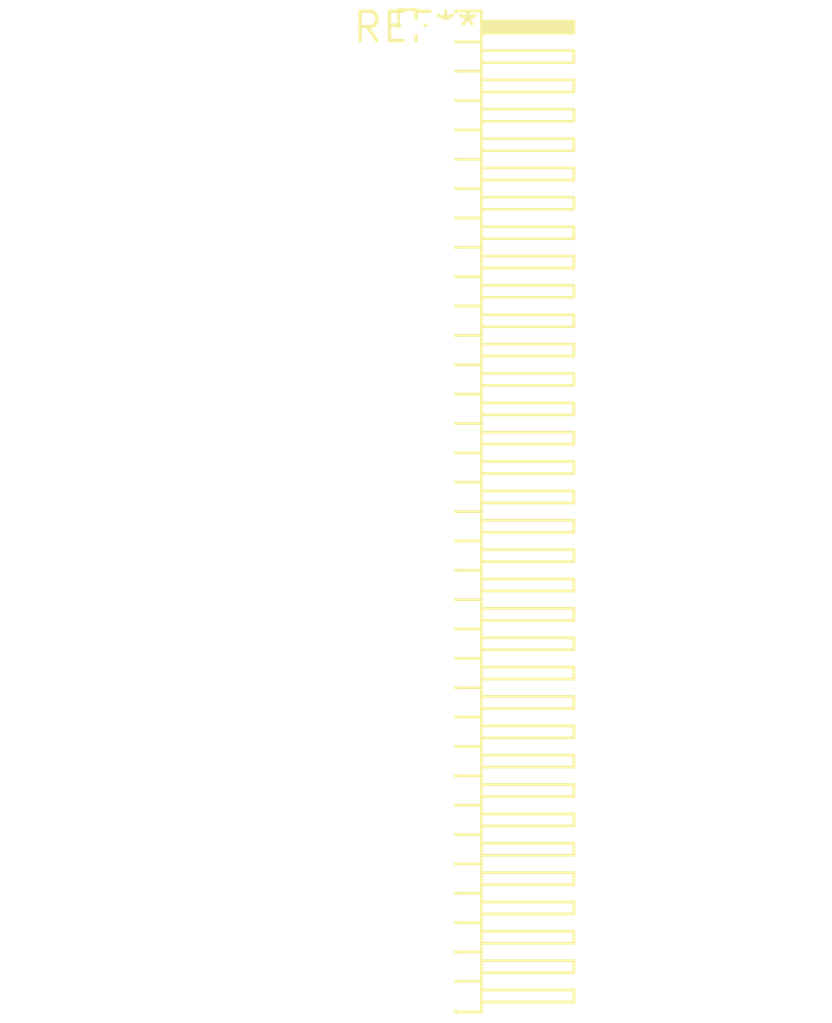
<source format=kicad_pcb>
(kicad_pcb (version 20240108) (generator pcbnew)
  (layers (0 "F.Cu" signal) (31 "B.Cu" signal) (34 "B.Paste" user) (35 "F.Paste" user) (36 "B.SilkS" user "B.Silkscreen") (37 "F.SilkS" user "F.Silkscreen") (38 "B.Mask" user) (39 "F.Mask" user) (44 "Edge.Cuts" user))
  (net 0 "")
  (footprint "PinHeader_2x34_P1.27mm_Horizontal" (layer "F.Cu") (at 0 0)
    (property "Reference" "REF**")
    (property "Value" "PinHeader_2x34_P1.27mm_Horizontal")
    (fp_line (start -0.76 -0.76) (end 0 -0.76) (layer "F.SilkS") (stroke (width 0.12)))
    (fp_line (start -0.76 0) (end -0.76 -0.76) (layer "F.SilkS") (stroke (width 0.12)))
    (fp_line (start 1.71 -0.695) (end 2.83 -0.695) (layer "F.SilkS") (stroke (width 0.12)))
    (fp_line (start 1.71 -0.619677) (end 1.71 -0.695) (layer "F.SilkS") (stroke (width 0.12)))
    (fp_line (start 1.71 0.619677) (end 1.71 0.650323) (layer "F.SilkS") (stroke (width 0.12)))
    (fp_line (start 1.71 0.635) (end 2.83 0.635) (layer "F.SilkS") (stroke (width 0.12)))
    (fp_line (start 1.71 1.889677) (end 1.71 1.920323) (layer "F.SilkS") (stroke (width 0.12)))
    (fp_line (start 1.71 1.905) (end 2.83 1.905) (layer "F.SilkS") (stroke (width 0.12)))
    (fp_line (start 1.71 3.159677) (end 1.71 3.190323) (layer "F.SilkS") (stroke (width 0.12)))
    (fp_line (start 1.71 3.175) (end 2.83 3.175) (layer "F.SilkS") (stroke (width 0.12)))
    (fp_line (start 1.71 4.429677) (end 1.71 4.460323) (layer "F.SilkS") (stroke (width 0.12)))
    (fp_line (start 1.71 4.445) (end 2.83 4.445) (layer "F.SilkS") (stroke (width 0.12)))
    (fp_line (start 1.71 5.699677) (end 1.71 5.730323) (layer "F.SilkS") (stroke (width 0.12)))
    (fp_line (start 1.71 5.715) (end 2.83 5.715) (layer "F.SilkS") (stroke (width 0.12)))
    (fp_line (start 1.71 6.969677) (end 1.71 7.000323) (layer "F.SilkS") (stroke (width 0.12)))
    (fp_line (start 1.71 6.985) (end 2.83 6.985) (layer "F.SilkS") (stroke (width 0.12)))
    (fp_line (start 1.71 8.239677) (end 1.71 8.270323) (layer "F.SilkS") (stroke (width 0.12)))
    (fp_line (start 1.71 8.255) (end 2.83 8.255) (layer "F.SilkS") (stroke (width 0.12)))
    (fp_line (start 1.71 9.509677) (end 1.71 9.540323) (layer "F.SilkS") (stroke (width 0.12)))
    (fp_line (start 1.71 9.525) (end 2.83 9.525) (layer "F.SilkS") (stroke (width 0.12)))
    (fp_line (start 1.71 10.779677) (end 1.71 10.810323) (layer "F.SilkS") (stroke (width 0.12)))
    (fp_line (start 1.71 10.795) (end 2.83 10.795) (layer "F.SilkS") (stroke (width 0.12)))
    (fp_line (start 1.71 12.049677) (end 1.71 12.080323) (layer "F.SilkS") (stroke (width 0.12)))
    (fp_line (start 1.71 12.065) (end 2.83 12.065) (layer "F.SilkS") (stroke (width 0.12)))
    (fp_line (start 1.71 13.319677) (end 1.71 13.350323) (layer "F.SilkS") (stroke (width 0.12)))
    (fp_line (start 1.71 13.335) (end 2.83 13.335) (layer "F.SilkS") (stroke (width 0.12)))
    (fp_line (start 1.71 14.589677) (end 1.71 14.620323) (layer "F.SilkS") (stroke (width 0.12)))
    (fp_line (start 1.71 14.605) (end 2.83 14.605) (layer "F.SilkS") (stroke (width 0.12)))
    (fp_line (start 1.71 15.859677) (end 1.71 15.890323) (layer "F.SilkS") (stroke (width 0.12)))
    (fp_line (start 1.71 15.875) (end 2.83 15.875) (layer "F.SilkS") (stroke (width 0.12)))
    (fp_line (start 1.71 17.129677) (end 1.71 17.160323) (layer "F.SilkS") (stroke (width 0.12)))
    (fp_line (start 1.71 17.145) (end 2.83 17.145) (layer "F.SilkS") (stroke (width 0.12)))
    (fp_line (start 1.71 18.399677) (end 1.71 18.430323) (layer "F.SilkS") (stroke (width 0.12)))
    (fp_line (start 1.71 18.415) (end 2.83 18.415) (layer "F.SilkS") (stroke (width 0.12)))
    (fp_line (start 1.71 19.669677) (end 1.71 19.700323) (layer "F.SilkS") (stroke (width 0.12)))
    (fp_line (start 1.71 19.685) (end 2.83 19.685) (layer "F.SilkS") (stroke (width 0.12)))
    (fp_line (start 1.71 20.939677) (end 1.71 20.970323) (layer "F.SilkS") (stroke (width 0.12)))
    (fp_line (start 1.71 20.955) (end 2.83 20.955) (layer "F.SilkS") (stroke (width 0.12)))
    (fp_line (start 1.71 22.209677) (end 1.71 22.240323) (layer "F.SilkS") (stroke (width 0.12)))
    (fp_line (start 1.71 22.225) (end 2.83 22.225) (layer "F.SilkS") (stroke (width 0.12)))
    (fp_line (start 1.71 23.479677) (end 1.71 23.510323) (layer "F.SilkS") (stroke (width 0.12)))
    (fp_line (start 1.71 23.495) (end 2.83 23.495) (layer "F.SilkS") (stroke (width 0.12)))
    (fp_line (start 1.71 24.749677) (end 1.71 24.780323) (layer "F.SilkS") (stroke (width 0.12)))
    (fp_line (start 1.71 24.765) (end 2.83 24.765) (layer "F.SilkS") (stroke (width 0.12)))
    (fp_line (start 1.71 26.019677) (end 1.71 26.050323) (layer "F.SilkS") (stroke (width 0.12)))
    (fp_line (start 1.71 26.035) (end 2.83 26.035) (layer "F.SilkS") (stroke (width 0.12)))
    (fp_line (start 1.71 27.289677) (end 1.71 27.320323) (layer "F.SilkS") (stroke (width 0.12)))
    (fp_line (start 1.71 27.305) (end 2.83 27.305) (layer "F.SilkS") (stroke (width 0.12)))
    (fp_line (start 1.71 28.559677) (end 1.71 28.590323) (layer "F.SilkS") (stroke (width 0.12)))
    (fp_line (start 1.71 28.575) (end 2.83 28.575) (layer "F.SilkS") (stroke (width 0.12)))
    (fp_line (start 1.71 29.829677) (end 1.71 29.860323) (layer "F.SilkS") (stroke (width 0.12)))
    (fp_line (start 1.71 29.845) (end 2.83 29.845) (layer "F.SilkS") (stroke (width 0.12)))
    (fp_line (start 1.71 31.099677) (end 1.71 31.130323) (layer "F.SilkS") (stroke (width 0.12)))
    (fp_line (start 1.71 31.115) (end 2.83 31.115) (layer "F.SilkS") (stroke (width 0.12)))
    (fp_line (start 1.71 32.369677) (end 1.71 32.400323) (layer "F.SilkS") (stroke (width 0.12)))
    (fp_line (start 1.71 32.385) (end 2.83 32.385) (layer "F.SilkS") (stroke (width 0.12)))
    (fp_line (start 1.71 33.639677) (end 1.71 33.670323) (layer "F.SilkS") (stroke (width 0.12)))
    (fp_line (start 1.71 33.655) (end 2.83 33.655) (layer "F.SilkS") (stroke (width 0.12)))
    (fp_line (start 1.71 34.909677) (end 1.71 34.940323) (layer "F.SilkS") (stroke (width 0.12)))
    (fp_line (start 1.71 34.925) (end 2.83 34.925) (layer "F.SilkS") (stroke (width 0.12)))
    (fp_line (start 1.71 36.179677) (end 1.71 36.210323) (layer "F.SilkS") (stroke (width 0.12)))
    (fp_line (start 1.71 36.195) (end 2.83 36.195) (layer "F.SilkS") (stroke (width 0.12)))
    (fp_line (start 1.71 37.449677) (end 1.71 37.480323) (layer "F.SilkS") (stroke (width 0.12)))
    (fp_line (start 1.71 37.465) (end 2.83 37.465) (layer "F.SilkS") (stroke (width 0.12)))
    (fp_line (start 1.71 38.719677) (end 1.71 38.750323) (layer "F.SilkS") (stroke (width 0.12)))
    (fp_line (start 1.71 38.735) (end 2.83 38.735) (layer "F.SilkS") (stroke (width 0.12)))
    (fp_line (start 1.71 39.989677) (end 1.71 40.020323) (layer "F.SilkS") (stroke (width 0.12)))
    (fp_line (start 1.71 40.005) (end 2.83 40.005) (layer "F.SilkS") (stroke (width 0.12)))
    (fp_line (start 1.71 41.259677) (end 1.71 41.290323) (layer "F.SilkS") (stroke (width 0.12)))
    (fp_line (start 1.71 41.275) (end 2.83 41.275) (layer "F.SilkS") (stroke (width 0.12)))
    (fp_line (start 1.71 42.605) (end 1.71 42.529677) (layer "F.SilkS") (stroke (width 0.12)))
    (fp_line (start 2.83 -0.695) (end 2.83 42.605) (layer "F.SilkS") (stroke (width 0.12)))
    (fp_line (start 2.83 -0.26) (end 6.83 -0.26) (layer "F.SilkS") (stroke (width 0.12)))
    (fp_line (start 2.83 -0.2) (end 6.83 -0.2) (layer "F.SilkS") (stroke (width 0.12)))
    (fp_line (start 2.83 -0.08) (end 6.83 -0.08) (layer "F.SilkS") (stroke (width 0.12)))
    (fp_line (start 2.83 0.04) (end 6.83 0.04) (layer "F.SilkS") (stroke (width 0.12)))
    (fp_line (start 2.83 0.16) (end 6.83 0.16) (layer "F.SilkS") (stroke (width 0.12)))
    (fp_line (start 2.83 1.01) (end 6.83 1.01) (layer "F.SilkS") (stroke (width 0.12)))
    (fp_line (start 2.83 2.28) (end 6.83 2.28) (layer "F.SilkS") (stroke (width 0.12)))
    (fp_line (start 2.83 3.55) (end 6.83 3.55) (layer "F.SilkS") (stroke (width 0.12)))
    (fp_line (start 2.83 4.82) (end 6.83 4.82) (layer "F.SilkS") (stroke (width 0.12)))
    (fp_line (start 2.83 6.09) (end 6.83 6.09) (layer "F.SilkS") (stroke (width 0.12)))
    (fp_line (start 2.83 7.36) (end 6.83 7.36) (layer "F.SilkS") (stroke (width 0.12)))
    (fp_line (start 2.83 8.63) (end 6.83 8.63) (layer "F.SilkS") (stroke (width 0.12)))
    (fp_line (start 2.83 9.9) (end 6.83 9.9) (layer "F.SilkS") (stroke (width 0.12)))
    (fp_line (start 2.83 11.17) (end 6.83 11.17) (layer "F.SilkS") (stroke (width 0.12)))
    (fp_line (start 2.83 12.44) (end 6.83 12.44) (layer "F.SilkS") (stroke (width 0.12)))
    (fp_line (start 2.83 13.71) (end 6.83 13.71) (layer "F.SilkS") (stroke (width 0.12)))
    (fp_line (start 2.83 14.98) (end 6.83 14.98) (layer "F.SilkS") (stroke (width 0.12)))
    (fp_line (start 2.83 16.25) (end 6.83 16.25) (layer "F.SilkS") (stroke (width 0.12)))
    (fp_line (start 2.83 17.52) (end 6.83 17.52) (layer "F.SilkS") (stroke (width 0.12)))
    (fp_line (start 2.83 18.79) (end 6.83 18.79) (layer "F.SilkS") (stroke (width 0.12)))
    (fp_line (start 2.83 20.06) (end 6.83 20.06) (layer "F.SilkS") (stroke (width 0.12)))
    (fp_line (start 2.83 21.33) (end 6.83 21.33) (layer "F.SilkS") (stroke (width 0.12)))
    (fp_line (start 2.83 22.6) (end 6.83 22.6) (layer "F.SilkS") (stroke (width 0.12)))
    (fp_line (start 2.83 23.87) (end 6.83 23.87) (layer "F.SilkS") (stroke (width 0.12)))
    (fp_line (start 2.83 25.14) (end 6.83 25.14) (layer "F.SilkS") (stroke (width 0.12)))
    (fp_line (start 2.83 26.41) (end 6.83 26.41) (layer "F.SilkS") (stroke (width 0.12)))
    (fp_line (start 2.83 27.68) (end 6.83 27.68) (layer "F.SilkS") (stroke (width 0.12)))
    (fp_line (start 2.83 28.95) (end 6.83 28.95) (layer "F.SilkS") (stroke (width 0.12)))
    (fp_line (start 2.83 30.22) (end 6.83 30.22) (layer "F.SilkS") (stroke (width 0.12)))
    (fp_line (start 2.83 31.49) (end 6.83 31.49) (layer "F.SilkS") (stroke (width 0.12)))
    (fp_line (start 2.83 32.76) (end 6.83 32.76) (layer "F.SilkS") (stroke (width 0.12)))
    (fp_line (start 2.83 34.03) (end 6.83 34.03) (layer "F.SilkS") (stroke (width 0.12)))
    (fp_line (start 2.83 35.3) (end 6.83 35.3) (layer "F.SilkS") (stroke (width 0.12)))
    (fp_line (start 2.83 36.57) (end 6.83 36.57) (layer "F.SilkS") (stroke (width 0.12)))
    (fp_line (start 2.83 37.84) (end 6.83 37.84) (layer "F.SilkS") (stroke (width 0.12)))
    (fp_line (start 2.83 39.11) (end 6.83 39.11) (layer "F.SilkS") (stroke (width 0.12)))
    (fp_line (start 2.83 40.38) (end 6.83 40.38) (layer "F.SilkS") (stroke (width 0.12)))
    (fp_line (start 2.83 41.65) (end 6.83 41.65) (layer "F.SilkS") (stroke (width 0.12)))
    (fp_line (start 2.83 42.605) (end 1.71 42.605) (layer "F.SilkS") (stroke (width 0.12)))
    (fp_line (start 6.83 -0.26) (end 6.83 0.26) (layer "F.SilkS") (stroke (width 0.12)))
    (fp_line (start 6.83 0.26) (end 2.83 0.26) (layer "F.SilkS") (stroke (width 0.12)))
    (fp_line (start 6.83 1.01) (end 6.83 1.53) (layer "F.SilkS") (stroke (width 0.12)))
    (fp_line (start 6.83 1.53) (end 2.83 1.53) (layer "F.SilkS") (stroke (width 0.12)))
    (fp_line (start 6.83 2.28) (end 6.83 2.8) (layer "F.SilkS") (stroke (width 0.12)))
    (fp_line (start 6.83 2.8) (end 2.83 2.8) (layer "F.SilkS") (stroke (width 0.12)))
    (fp_line (start 6.83 3.55) (end 6.83 4.07) (layer "F.SilkS") (stroke (width 0.12)))
    (fp_line (start 6.83 4.07) (end 2.83 4.07) (layer "F.SilkS") (stroke (width 0.12)))
    (fp_line (start 6.83 4.82) (end 6.83 5.34) (layer "F.SilkS") (stroke (width 0.12)))
    (fp_line (start 6.83 5.34) (end 2.83 5.34) (layer "F.SilkS") (stroke (width 0.12)))
    (fp_line (start 6.83 6.09) (end 6.83 6.61) (layer "F.SilkS") (stroke (width 0.12)))
    (fp_line (start 6.83 6.61) (end 2.83 6.61) (layer "F.SilkS") (stroke (width 0.12)))
    (fp_line (start 6.83 7.36) (end 6.83 7.88) (layer "F.SilkS") (stroke (width 0.12)))
    (fp_line (start 6.83 7.88) (end 2.83 7.88) (layer "F.SilkS") (stroke (width 0.12)))
    (fp_line (start 6.83 8.63) (end 6.83 9.15) (layer "F.SilkS") (stroke (width 0.12)))
    (fp_line (start 6.83 9.15) (end 2.83 9.15) (layer "F.SilkS") (stroke (width 0.12)))
    (fp_line (start 6.83 9.9) (end 6.83 10.42) (layer "F.SilkS") (stroke (width 0.12)))
    (fp_line (start 6.83 10.42) (end 2.83 10.42) (layer "F.SilkS") (stroke (width 0.12)))
    (fp_line (start 6.83 11.17) (end 6.83 11.69) (layer "F.SilkS") (stroke (width 0.12)))
    (fp_line (start 6.83 11.69) (end 2.83 11.69) (layer "F.SilkS") (stroke (width 0.12)))
    (fp_line (start 6.83 12.44) (end 6.83 12.96) (layer "F.SilkS") (stroke (width 0.12)))
    (fp_line (start 6.83 12.96) (end 2.83 12.96) (layer "F.SilkS") (stroke (width 0.12)))
    (fp_line (start 6.83 13.71) (end 6.83 14.23) (layer "F.SilkS") (stroke (width 0.12)))
    (fp_line (start 6.83 14.23) (end 2.83 14.23) (layer "F.SilkS") (stroke (width 0.12)))
    (fp_line (start 6.83 14.98) (end 6.83 15.5) (layer "F.SilkS") (stroke (width 0.12)))
    (fp_line (start 6.83 15.5) (end 2.83 15.5) (layer "F.SilkS") (stroke (width 0.12)))
    (fp_line (start 6.83 16.25) (end 6.83 16.77) (layer "F.SilkS") (stroke (width 0.12)))
    (fp_line (start 6.83 16.77) (end 2.83 16.77) (layer "F.SilkS") (stroke (width 0.12)))
    (fp_line (start 6.83 17.52) (end 6.83 18.04) (layer "F.SilkS") (stroke (width 0.12)))
    (fp_line (start 6.83 18.04) (end 2.83 18.04) (layer "F.SilkS") (stroke (width 0.12)))
    (fp_line (start 6.83 18.79) (end 6.83 19.31) (layer "F.SilkS") (stroke (width 0.12)))
    (fp_line (start 6.83 19.31) (end 2.83 19.31) (layer "F.SilkS") (stroke (width 0.12)))
    (fp_line (start 6.83 20.06) (end 6.83 20.58) (layer "F.SilkS") (stroke (width 0.12)))
    (fp_line (start 6.83 20.58) (end 2.83 20.58) (layer "F.SilkS") (stroke (width 0.12)))
    (fp_line (start 6.83 21.33) (end 6.83 21.85) (layer "F.SilkS") (stroke (width 0.12)))
    (fp_line (start 6.83 21.85) (end 2.83 21.85) (layer "F.SilkS") (stroke (width 0.12)))
    (fp_line (start 6.83 22.6) (end 6.83 23.12) (layer "F.SilkS") (stroke (width 0.12)))
    (fp_line (start 6.83 23.12) (end 2.83 23.12) (layer "F.SilkS") (stroke (width 0.12)))
    (fp_line (start 6.83 23.87) (end 6.83 24.39) (layer "F.SilkS") (stroke (width 0.12)))
    (fp_line (start 6.83 24.39) (end 2.83 24.39) (layer "F.SilkS") (stroke (width 0.12)))
    (fp_line (start 6.83 25.14) (end 6.83 25.66) (layer "F.SilkS") (stroke (width 0.12)))
    (fp_line (start 6.83 25.66) (end 2.83 25.66) (layer "F.SilkS") (stroke (width 0.12)))
    (fp_line (start 6.83 26.41) (end 6.83 26.93) (layer "F.SilkS") (stroke (width 0.12)))
    (fp_line (start 6.83 26.93) (end 2.83 26.93) (layer "F.SilkS") (stroke (width 0.12)))
    (fp_line (start 6.83 27.68) (end 6.83 28.2) (layer "F.SilkS") (stroke (width 0.12)))
    (fp_line (start 6.83 28.2) (end 2.83 28.2) (layer "F.SilkS") (stroke (width 0.12)))
    (fp_line (start 6.83 28.95) (end 6.83 29.47) (layer "F.SilkS") (stroke (width 0.12)))
    (fp_line (start 6.83 29.47) (end 2.83 29.47) (layer "F.SilkS") (stroke (width 0.12)))
    (fp_line (start 6.83 30.22) (end 6.83 30.74) (layer "F.SilkS") (stroke (width 0.12)))
    (fp_line (start 6.83 30.74) (end 2.83 30.74) (layer "F.SilkS") (stroke (width 0.12)))
    (fp_line (start 6.83 31.49) (end 6.83 32.01) (layer "F.SilkS") (stroke (width 0.12)))
    (fp_line (start 6.83 32.01) (end 2.83 32.01) (layer "F.SilkS") (stroke (width 0.12)))
    (fp_line (start 6.83 32.76) (end 6.83 33.28) (layer "F.SilkS") (stroke (width 0.12)))
    (fp_line (start 6.83 33.28) (end 2.83 33.28) (layer "F.SilkS") (stroke (width 0.12)))
    (fp_line (start 6.83 34.03) (end 6.83 34.55) (layer "F.SilkS") (stroke (width 0.12)))
    (fp_line (start 6.83 34.55) (end 2.83 34.55) (layer "F.SilkS") (stroke (width 0.12)))
    (fp_line (start 6.83 35.3) (end 6.83 35.82) (layer "F.SilkS") (stroke (width 0.12)))
    (fp_line (start 6.83 35.82) (end 2.83 35.82) (layer "F.SilkS") (stroke (width 0.12)))
    (fp_line (start 6.83 36.57) (end 6.83 37.09) (layer "F.SilkS") (stroke (width 0.12)))
    (fp_line (start 6.83 37.09) (end 2.83 37.09) (layer "F.SilkS") (stroke (width 0.12)))
    (fp_line (start 6.83 37.84) (end 6.83 38.36) (layer "F.SilkS") (stroke (width 0.12)))
    (fp_line (start 6.83 38.36) (end 2.83 38.36) (layer "F.SilkS") (stroke (width 0.12)))
    (fp_line (start 6.83 39.11) (end 6.83 39.63) (layer "F.SilkS") (stroke (width 0.12)))
    (fp_line (start 6.83 39.63) (end 2.83 39.63) (layer "F.SilkS") (stroke (width 0.12)))
    (fp_line (start 6.83 40.38) (end 6.83 40.9) (layer "F.SilkS") (stroke (width 0.12)))
    (fp_line (start 6.83 40.9) (end 2.83 40.9) (layer "F.SilkS") (stroke (width 0.12)))
    (fp_line (start 6.83 41.65) (end 6.83 42.17) (layer "F.SilkS") (stroke (width 0.12)))
    (fp_line (start 6.83 42.17) (end 2.83 42.17) (layer "F.SilkS") (stroke (width 0.12)))
    (pad "1" thru_hole rect (at 0 0) (size 1 1) (drill 0.65) (layers *.Cu *.Mask) (remove_unused_layers))
    (pad "2" thru_hole oval (at 1.27 0) (size 1 1) (drill 0.65) (layers *.Cu *.Mask) (remove_unused_layers))
    (pad "3" thru_hole oval (at 0 1.27) (size 1 1) (drill 0.65) (layers *.Cu *.Mask) (remove_unused_layers))
    (pad "4" thru_hole oval (at 1.27 1.27) (size 1 1) (drill 0.65) (layers *.Cu *.Mask) (remove_unused_layers))
    (pad "5" thru_hole oval (at 0 2.54) (size 1 1) (drill 0.65) (layers *.Cu *.Mask) (remove_unused_layers))
    (pad "6" thru_hole oval (at 1.27 2.54) (size 1 1) (drill 0.65) (layers *.Cu *.Mask) (remove_unused_layers))
    (pad "7" thru_hole oval (at 0 3.81) (size 1 1) (drill 0.65) (layers *.Cu *.Mask) (remove_unused_layers))
    (pad "8" thru_hole oval (at 1.27 3.81) (size 1 1) (drill 0.65) (layers *.Cu *.Mask) (remove_unused_layers))
    (pad "9" thru_hole oval (at 0 5.08) (size 1 1) (drill 0.65) (layers *.Cu *.Mask) (remove_unused_layers))
    (pad "10" thru_hole oval (at 1.27 5.08) (size 1 1) (drill 0.65) (layers *.Cu *.Mask) (remove_unused_layers))
    (pad "11" thru_hole oval (at 0 6.35) (size 1 1) (drill 0.65) (layers *.Cu *.Mask) (remove_unused_layers))
    (pad "12" thru_hole oval (at 1.27 6.35) (size 1 1) (drill 0.65) (layers *.Cu *.Mask) (remove_unused_layers))
    (pad "13" thru_hole oval (at 0 7.62) (size 1 1) (drill 0.65) (layers *.Cu *.Mask) (remove_unused_layers))
    (pad "14" thru_hole oval (at 1.27 7.62) (size 1 1) (drill 0.65) (layers *.Cu *.Mask) (remove_unused_layers))
    (pad "15" thru_hole oval (at 0 8.89) (size 1 1) (drill 0.65) (layers *.Cu *.Mask) (remove_unused_layers))
    (pad "16" thru_hole oval (at 1.27 8.89) (size 1 1) (drill 0.65) (layers *.Cu *.Mask) (remove_unused_layers))
    (pad "17" thru_hole oval (at 0 10.16) (size 1 1) (drill 0.65) (layers *.Cu *.Mask) (remove_unused_layers))
    (pad "18" thru_hole oval (at 1.27 10.16) (size 1 1) (drill 0.65) (layers *.Cu *.Mask) (remove_unused_layers))
    (pad "19" thru_hole oval (at 0 11.43) (size 1 1) (drill 0.65) (layers *.Cu *.Mask) (remove_unused_layers))
    (pad "20" thru_hole oval (at 1.27 11.43) (size 1 1) (drill 0.65) (layers *.Cu *.Mask) (remove_unused_layers))
    (pad "21" thru_hole oval (at 0 12.7) (size 1 1) (drill 0.65) (layers *.Cu *.Mask) (remove_unused_layers))
    (pad "22" thru_hole oval (at 1.27 12.7) (size 1 1) (drill 0.65) (layers *.Cu *.Mask) (remove_unused_layers))
    (pad "23" thru_hole oval (at 0 13.97) (size 1 1) (drill 0.65) (layers *.Cu *.Mask) (remove_unused_layers))
    (pad "24" thru_hole oval (at 1.27 13.97) (size 1 1) (drill 0.65) (layers *.Cu *.Mask) (remove_unused_layers))
    (pad "25" thru_hole oval (at 0 15.24) (size 1 1) (drill 0.65) (layers *.Cu *.Mask) (remove_unused_layers))
    (pad "26" thru_hole oval (at 1.27 15.24) (size 1 1) (drill 0.65) (layers *.Cu *.Mask) (remove_unused_layers))
    (pad "27" thru_hole oval (at 0 16.51) (size 1 1) (drill 0.65) (layers *.Cu *.Mask) (remove_unused_layers))
    (pad "28" thru_hole oval (at 1.27 16.51) (size 1 1) (drill 0.65) (layers *.Cu *.Mask) (remove_unused_layers))
    (pad "29" thru_hole oval (at 0 17.78) (size 1 1) (drill 0.65) (layers *.Cu *.Mask) (remove_unused_layers))
    (pad "30" thru_hole oval (at 1.27 17.78) (size 1 1) (drill 0.65) (layers *.Cu *.Mask) (remove_unused_layers))
    (pad "31" thru_hole oval (at 0 19.05) (size 1 1) (drill 0.65) (layers *.Cu *.Mask) (remove_unused_layers))
    (pad "32" thru_hole oval (at 1.27 19.05) (size 1 1) (drill 0.65) (layers *.Cu *.Mask) (remove_unused_layers))
    (pad "33" thru_hole oval (at 0 20.32) (size 1 1) (drill 0.65) (layers *.Cu *.Mask) (remove_unused_layers))
    (pad "34" thru_hole oval (at 1.27 20.32) (size 1 1) (drill 0.65) (layers *.Cu *.Mask) (remove_unused_layers))
    (pad "35" thru_hole oval (at 0 21.59) (size 1 1) (drill 0.65) (layers *.Cu *.Mask) (remove_unused_layers))
    (pad "36" thru_hole oval (at 1.27 21.59) (size 1 1) (drill 0.65) (layers *.Cu *.Mask) (remove_unused_layers))
    (pad "37" thru_hole oval (at 0 22.86) (size 1 1) (drill 0.65) (layers *.Cu *.Mask) (remove_unused_layers))
    (pad "38" thru_hole oval (at 1.27 22.86) (size 1 1) (drill 0.65) (layers *.Cu *.Mask) (remove_unused_layers))
    (pad "39" thru_hole oval (at 0 24.13) (size 1 1) (drill 0.65) (layers *.Cu *.Mask) (remove_unused_layers))
    (pad "40" thru_hole oval (at 1.27 24.13) (size 1 1) (drill 0.65) (layers *.Cu *.Mask) (remove_unused_layers))
    (pad "41" thru_hole oval (at 0 25.4) (size 1 1) (drill 0.65) (layers *.Cu *.Mask) (remove_unused_layers))
    (pad "42" thru_hole oval (at 1.27 25.4) (size 1 1) (drill 0.65) (layers *.Cu *.Mask) (remove_unused_layers))
    (pad "43" thru_hole oval (at 0 26.67) (size 1 1) (drill 0.65) (layers *.Cu *.Mask) (remove_unused_layers))
    (pad "44" thru_hole oval (at 1.27 26.67) (size 1 1) (drill 0.65) (layers *.Cu *.Mask) (remove_unused_layers))
    (pad "45" thru_hole oval (at 0 27.94) (size 1 1) (drill 0.65) (layers *.Cu *.Mask) (remove_unused_layers))
    (pad "46" thru_hole oval (at 1.27 27.94) (size 1 1) (drill 0.65) (layers *.Cu *.Mask) (remove_unused_layers))
    (pad "47" thru_hole oval (at 0 29.21) (size 1 1) (drill 0.65) (layers *.Cu *.Mask) (remove_unused_layers))
    (pad "48" thru_hole oval (at 1.27 29.21) (size 1 1) (drill 0.65) (layers *.Cu *.Mask) (remove_unused_layers))
    (pad "49" thru_hole oval (at 0 30.48) (size 1 1) (drill 0.65) (layers *.Cu *.Mask) (remove_unused_layers))
    (pad "50" thru_hole oval (at 1.27 30.48) (size 1 1) (drill 0.65) (layers *.Cu *.Mask) (remove_unused_layers))
    (pad "51" thru_hole oval (at 0 31.75) (size 1 1) (drill 0.65) (layers *.Cu *.Mask) (remove_unused_layers))
    (pad "52" thru_hole oval (at 1.27 31.75) (size 1 1) (drill 0.65) (layers *.Cu *.Mask) (remove_unused_layers))
    (pad "53" thru_hole oval (at 0 33.02) (size 1 1) (drill 0.65) (layers *.Cu *.Mask) (remove_unused_layers))
    (pad "54" thru_hole oval (at 1.27 33.02) (size 1 1) (drill 0.65) (layers *.Cu *.Mask) (remove_unused_layers))
    (pad "55" thru_hole oval (at 0 34.29) (size 1 1) (drill 0.65) (layers *.Cu *.Mask) (remove_unused_layers))
    (pad "56" thru_hole oval (at 1.27 34.29) (size 1 1) (drill 0.65) (layers *.Cu *.Mask) (remove_unused_layers))
    (pad "57" thru_hole oval (at 0 35.56) (size 1 1) (drill 0.65) (layers *.Cu *.Mask) (remove_unused_layers))
    (pad "58" thru_hole oval (at 1.27 35.56) (size 1 1) (drill 0.65) (layers *.Cu *.Mask) (remove_unused_layers))
    (pad "59" thru_hole oval (at 0 36.83) (size 1 1) (drill 0.65) (layers *.Cu *.Mask) (remove_unused_layers))
    (pad "60" thru_hole oval (at 1.27 36.83) (size 1 1) (drill 0.65) (layers *.Cu *.Mask) (remove_unused_layers))
    (pad "61" thru_hole oval (at 0 38.1) (size 1 1) (drill 0.65) (layers *.Cu *.Mask) (remove_unused_layers))
    (pad "62" thru_hole oval (at 1.27 38.1) (size 1 1) (drill 0.65) (layers *.Cu *.Mask) (remove_unused_layers))
    (pad "63" thru_hole oval (at 0 39.37) (size 1 1) (drill 0.65) (layers *.Cu *.Mask) (remove_unused_layers))
    (pad "64" thru_hole oval (at 1.27 39.37) (size 1 1) (drill 0.65) (layers *.Cu *.Mask) (remove_unused_layers))
    (pad "65" thru_hole oval (at 0 40.64) (size 1 1) (drill 0.65) (layers *.Cu *.Mask) (remove_unused_layers))
    (pad "66" thru_hole oval (at 1.27 40.64) (size 1 1) (drill 0.65) (layers *.Cu *.Mask) (remove_unused_layers))
    (pad "67" thru_hole oval (at 0 41.91) (size 1 1) (drill 0.65) (layers *.Cu *.Mask) (remove_unused_layers))
    (pad "68" thru_hole oval (at 1.27 41.91) (size 1 1) (drill 0.65) (layers *.Cu *.Mask) (remove_unused_layers))
  )
)
</source>
